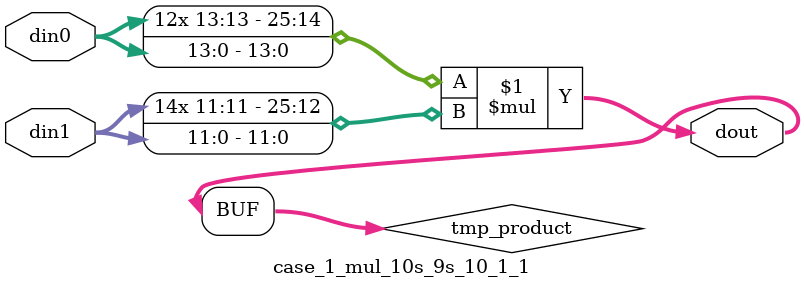
<source format=v>

`timescale 1 ns / 1 ps

 module case_1_mul_10s_9s_10_1_1(din0, din1, dout);
parameter ID = 1;
parameter NUM_STAGE = 0;
parameter din0_WIDTH = 14;
parameter din1_WIDTH = 12;
parameter dout_WIDTH = 26;

input [din0_WIDTH - 1 : 0] din0; 
input [din1_WIDTH - 1 : 0] din1; 
output [dout_WIDTH - 1 : 0] dout;

wire signed [dout_WIDTH - 1 : 0] tmp_product;



























assign tmp_product = $signed(din0) * $signed(din1);








assign dout = tmp_product;





















endmodule

</source>
